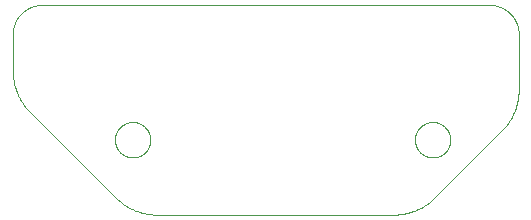
<source format=gbr>
G04 EAGLE Gerber RS-274X export*
G75*
%MOMM*%
%FSLAX34Y34*%
%LPD*%
%INGM1*%
%IPPOS*%
%AMOC8*
5,1,8,0,0,1.08239X$1,22.5*%
G01*
%ADD10C,0.000000*%


D10*
X593600Y500011D02*
X593600Y546400D01*
X593593Y547004D01*
X593571Y547608D01*
X593534Y548211D01*
X593483Y548813D01*
X593418Y549413D01*
X593338Y550012D01*
X593243Y550609D01*
X593134Y551203D01*
X593011Y551795D01*
X592874Y552383D01*
X592722Y552968D01*
X592556Y553549D01*
X592376Y554125D01*
X592183Y554698D01*
X591975Y555265D01*
X591754Y555827D01*
X591520Y556384D01*
X591272Y556935D01*
X591011Y557480D01*
X590736Y558018D01*
X590449Y558550D01*
X590149Y559074D01*
X589837Y559591D01*
X589512Y560100D01*
X589175Y560602D01*
X588825Y561095D01*
X588464Y561579D01*
X588092Y562055D01*
X587708Y562521D01*
X587313Y562978D01*
X586907Y563425D01*
X586490Y563863D01*
X586063Y564290D01*
X585625Y564707D01*
X585178Y565113D01*
X584721Y565508D01*
X584255Y565892D01*
X583779Y566264D01*
X583295Y566625D01*
X582802Y566975D01*
X582300Y567312D01*
X581791Y567637D01*
X581274Y567949D01*
X580750Y568249D01*
X580218Y568536D01*
X579680Y568811D01*
X579135Y569072D01*
X578584Y569320D01*
X578027Y569554D01*
X577465Y569775D01*
X576898Y569983D01*
X576325Y570176D01*
X575749Y570356D01*
X575168Y570522D01*
X574583Y570674D01*
X573995Y570811D01*
X573403Y570934D01*
X572809Y571043D01*
X572212Y571138D01*
X571613Y571218D01*
X571013Y571283D01*
X570411Y571334D01*
X569808Y571371D01*
X569204Y571393D01*
X568600Y571400D01*
X190100Y571400D01*
X189496Y571393D01*
X188892Y571371D01*
X188289Y571334D01*
X187687Y571283D01*
X187087Y571218D01*
X186488Y571138D01*
X185891Y571043D01*
X185297Y570934D01*
X184705Y570811D01*
X184117Y570674D01*
X183532Y570522D01*
X182951Y570356D01*
X182375Y570176D01*
X181802Y569983D01*
X181235Y569775D01*
X180673Y569554D01*
X180116Y569320D01*
X179565Y569072D01*
X179020Y568811D01*
X178482Y568536D01*
X177950Y568249D01*
X177426Y567949D01*
X176909Y567637D01*
X176400Y567312D01*
X175898Y566975D01*
X175405Y566625D01*
X174921Y566264D01*
X174445Y565892D01*
X173979Y565508D01*
X173522Y565113D01*
X173075Y564707D01*
X172637Y564290D01*
X172210Y563863D01*
X171793Y563425D01*
X171387Y562978D01*
X170992Y562521D01*
X170608Y562055D01*
X170236Y561579D01*
X169875Y561095D01*
X169525Y560602D01*
X169188Y560100D01*
X168863Y559591D01*
X168551Y559074D01*
X168251Y558550D01*
X167964Y558018D01*
X167689Y557480D01*
X167428Y556935D01*
X167180Y556384D01*
X166946Y555827D01*
X166725Y555265D01*
X166517Y554698D01*
X166324Y554125D01*
X166144Y553549D01*
X165978Y552968D01*
X165826Y552383D01*
X165689Y551795D01*
X165566Y551203D01*
X165457Y550609D01*
X165362Y550012D01*
X165282Y549413D01*
X165217Y548813D01*
X165166Y548211D01*
X165129Y547608D01*
X165107Y547004D01*
X165100Y546400D01*
X165100Y516011D01*
X165115Y514784D01*
X165160Y513558D01*
X165235Y512333D01*
X165341Y511110D01*
X165476Y509890D01*
X165641Y508674D01*
X165836Y507463D01*
X166061Y506256D01*
X166315Y505056D01*
X166598Y503862D01*
X166911Y502675D01*
X167253Y501497D01*
X167624Y500327D01*
X168023Y499167D01*
X168450Y498016D01*
X168906Y496877D01*
X169390Y495749D01*
X169901Y494633D01*
X170439Y493530D01*
X171004Y492441D01*
X171596Y491366D01*
X172214Y490306D01*
X172857Y489261D01*
X173527Y488232D01*
X174221Y487221D01*
X174940Y486226D01*
X175683Y485249D01*
X176449Y484291D01*
X177240Y483352D01*
X178052Y482433D01*
X178888Y481534D01*
X179745Y480656D01*
X179745Y480655D02*
X252055Y408345D01*
X252056Y408345D02*
X252907Y407513D01*
X253778Y406702D01*
X254668Y405913D01*
X255576Y405144D01*
X256503Y404397D01*
X257447Y403673D01*
X258408Y402971D01*
X259386Y402293D01*
X260379Y401637D01*
X261388Y401006D01*
X262411Y400399D01*
X263449Y399816D01*
X264500Y399258D01*
X265564Y398726D01*
X266640Y398218D01*
X267728Y397737D01*
X268828Y397282D01*
X269938Y396853D01*
X271058Y396450D01*
X272187Y396074D01*
X273324Y395725D01*
X274470Y395404D01*
X275623Y395109D01*
X276783Y394843D01*
X277948Y394604D01*
X279120Y394392D01*
X280295Y394209D01*
X281475Y394054D01*
X282658Y393926D01*
X283844Y393827D01*
X285032Y393757D01*
X286221Y393714D01*
X287411Y393700D01*
X487289Y393700D01*
X488479Y393714D01*
X489668Y393757D01*
X490856Y393827D01*
X492042Y393926D01*
X493225Y394054D01*
X494405Y394209D01*
X495580Y394392D01*
X496752Y394604D01*
X497917Y394843D01*
X499077Y395109D01*
X500230Y395404D01*
X501376Y395725D01*
X502513Y396074D01*
X503642Y396450D01*
X504762Y396853D01*
X505872Y397282D01*
X506972Y397737D01*
X508060Y398218D01*
X509136Y398726D01*
X510200Y399258D01*
X511251Y399816D01*
X512289Y400399D01*
X513312Y401006D01*
X514321Y401637D01*
X515314Y402293D01*
X516292Y402971D01*
X517253Y403673D01*
X518197Y404397D01*
X519124Y405144D01*
X520032Y405913D01*
X520922Y406702D01*
X521793Y407513D01*
X522644Y408345D01*
X522645Y408345D02*
X578955Y464655D01*
X578955Y464656D02*
X579787Y465507D01*
X580598Y466378D01*
X581387Y467268D01*
X582156Y468176D01*
X582903Y469103D01*
X583627Y470047D01*
X584329Y471008D01*
X585007Y471986D01*
X585663Y472979D01*
X586294Y473988D01*
X586901Y475011D01*
X587484Y476049D01*
X588042Y477100D01*
X588574Y478164D01*
X589082Y479240D01*
X589563Y480328D01*
X590018Y481428D01*
X590447Y482538D01*
X590850Y483658D01*
X591226Y484787D01*
X591575Y485924D01*
X591896Y487070D01*
X592191Y488223D01*
X592457Y489383D01*
X592696Y490548D01*
X592908Y491720D01*
X593091Y492895D01*
X593246Y494075D01*
X593374Y495258D01*
X593473Y496444D01*
X593543Y497632D01*
X593586Y498821D01*
X593600Y500011D01*
X251700Y457200D02*
X251705Y457568D01*
X251718Y457936D01*
X251741Y458303D01*
X251772Y458670D01*
X251813Y459036D01*
X251862Y459401D01*
X251921Y459764D01*
X251988Y460126D01*
X252064Y460487D01*
X252150Y460845D01*
X252243Y461201D01*
X252346Y461554D01*
X252457Y461905D01*
X252577Y462253D01*
X252705Y462598D01*
X252842Y462940D01*
X252987Y463279D01*
X253140Y463613D01*
X253302Y463944D01*
X253471Y464271D01*
X253649Y464593D01*
X253834Y464912D01*
X254027Y465225D01*
X254228Y465534D01*
X254436Y465837D01*
X254652Y466135D01*
X254875Y466428D01*
X255105Y466716D01*
X255342Y466998D01*
X255586Y467273D01*
X255836Y467543D01*
X256093Y467807D01*
X256357Y468064D01*
X256627Y468314D01*
X256902Y468558D01*
X257184Y468795D01*
X257472Y469025D01*
X257765Y469248D01*
X258063Y469464D01*
X258366Y469672D01*
X258675Y469873D01*
X258988Y470066D01*
X259307Y470251D01*
X259629Y470429D01*
X259956Y470598D01*
X260287Y470760D01*
X260621Y470913D01*
X260960Y471058D01*
X261302Y471195D01*
X261647Y471323D01*
X261995Y471443D01*
X262346Y471554D01*
X262699Y471657D01*
X263055Y471750D01*
X263413Y471836D01*
X263774Y471912D01*
X264136Y471979D01*
X264499Y472038D01*
X264864Y472087D01*
X265230Y472128D01*
X265597Y472159D01*
X265964Y472182D01*
X266332Y472195D01*
X266700Y472200D01*
X267068Y472195D01*
X267436Y472182D01*
X267803Y472159D01*
X268170Y472128D01*
X268536Y472087D01*
X268901Y472038D01*
X269264Y471979D01*
X269626Y471912D01*
X269987Y471836D01*
X270345Y471750D01*
X270701Y471657D01*
X271054Y471554D01*
X271405Y471443D01*
X271753Y471323D01*
X272098Y471195D01*
X272440Y471058D01*
X272779Y470913D01*
X273113Y470760D01*
X273444Y470598D01*
X273771Y470429D01*
X274093Y470251D01*
X274412Y470066D01*
X274725Y469873D01*
X275034Y469672D01*
X275337Y469464D01*
X275635Y469248D01*
X275928Y469025D01*
X276216Y468795D01*
X276498Y468558D01*
X276773Y468314D01*
X277043Y468064D01*
X277307Y467807D01*
X277564Y467543D01*
X277814Y467273D01*
X278058Y466998D01*
X278295Y466716D01*
X278525Y466428D01*
X278748Y466135D01*
X278964Y465837D01*
X279172Y465534D01*
X279373Y465225D01*
X279566Y464912D01*
X279751Y464593D01*
X279929Y464271D01*
X280098Y463944D01*
X280260Y463613D01*
X280413Y463279D01*
X280558Y462940D01*
X280695Y462598D01*
X280823Y462253D01*
X280943Y461905D01*
X281054Y461554D01*
X281157Y461201D01*
X281250Y460845D01*
X281336Y460487D01*
X281412Y460126D01*
X281479Y459764D01*
X281538Y459401D01*
X281587Y459036D01*
X281628Y458670D01*
X281659Y458303D01*
X281682Y457936D01*
X281695Y457568D01*
X281700Y457200D01*
X281695Y456832D01*
X281682Y456464D01*
X281659Y456097D01*
X281628Y455730D01*
X281587Y455364D01*
X281538Y454999D01*
X281479Y454636D01*
X281412Y454274D01*
X281336Y453913D01*
X281250Y453555D01*
X281157Y453199D01*
X281054Y452846D01*
X280943Y452495D01*
X280823Y452147D01*
X280695Y451802D01*
X280558Y451460D01*
X280413Y451121D01*
X280260Y450787D01*
X280098Y450456D01*
X279929Y450129D01*
X279751Y449807D01*
X279566Y449488D01*
X279373Y449175D01*
X279172Y448866D01*
X278964Y448563D01*
X278748Y448265D01*
X278525Y447972D01*
X278295Y447684D01*
X278058Y447402D01*
X277814Y447127D01*
X277564Y446857D01*
X277307Y446593D01*
X277043Y446336D01*
X276773Y446086D01*
X276498Y445842D01*
X276216Y445605D01*
X275928Y445375D01*
X275635Y445152D01*
X275337Y444936D01*
X275034Y444728D01*
X274725Y444527D01*
X274412Y444334D01*
X274093Y444149D01*
X273771Y443971D01*
X273444Y443802D01*
X273113Y443640D01*
X272779Y443487D01*
X272440Y443342D01*
X272098Y443205D01*
X271753Y443077D01*
X271405Y442957D01*
X271054Y442846D01*
X270701Y442743D01*
X270345Y442650D01*
X269987Y442564D01*
X269626Y442488D01*
X269264Y442421D01*
X268901Y442362D01*
X268536Y442313D01*
X268170Y442272D01*
X267803Y442241D01*
X267436Y442218D01*
X267068Y442205D01*
X266700Y442200D01*
X266332Y442205D01*
X265964Y442218D01*
X265597Y442241D01*
X265230Y442272D01*
X264864Y442313D01*
X264499Y442362D01*
X264136Y442421D01*
X263774Y442488D01*
X263413Y442564D01*
X263055Y442650D01*
X262699Y442743D01*
X262346Y442846D01*
X261995Y442957D01*
X261647Y443077D01*
X261302Y443205D01*
X260960Y443342D01*
X260621Y443487D01*
X260287Y443640D01*
X259956Y443802D01*
X259629Y443971D01*
X259307Y444149D01*
X258988Y444334D01*
X258675Y444527D01*
X258366Y444728D01*
X258063Y444936D01*
X257765Y445152D01*
X257472Y445375D01*
X257184Y445605D01*
X256902Y445842D01*
X256627Y446086D01*
X256357Y446336D01*
X256093Y446593D01*
X255836Y446857D01*
X255586Y447127D01*
X255342Y447402D01*
X255105Y447684D01*
X254875Y447972D01*
X254652Y448265D01*
X254436Y448563D01*
X254228Y448866D01*
X254027Y449175D01*
X253834Y449488D01*
X253649Y449807D01*
X253471Y450129D01*
X253302Y450456D01*
X253140Y450787D01*
X252987Y451121D01*
X252842Y451460D01*
X252705Y451802D01*
X252577Y452147D01*
X252457Y452495D01*
X252346Y452846D01*
X252243Y453199D01*
X252150Y453555D01*
X252064Y453913D01*
X251988Y454274D01*
X251921Y454636D01*
X251862Y454999D01*
X251813Y455364D01*
X251772Y455730D01*
X251741Y456097D01*
X251718Y456464D01*
X251705Y456832D01*
X251700Y457200D01*
X505700Y457200D02*
X505705Y457568D01*
X505718Y457936D01*
X505741Y458303D01*
X505772Y458670D01*
X505813Y459036D01*
X505862Y459401D01*
X505921Y459764D01*
X505988Y460126D01*
X506064Y460487D01*
X506150Y460845D01*
X506243Y461201D01*
X506346Y461554D01*
X506457Y461905D01*
X506577Y462253D01*
X506705Y462598D01*
X506842Y462940D01*
X506987Y463279D01*
X507140Y463613D01*
X507302Y463944D01*
X507471Y464271D01*
X507649Y464593D01*
X507834Y464912D01*
X508027Y465225D01*
X508228Y465534D01*
X508436Y465837D01*
X508652Y466135D01*
X508875Y466428D01*
X509105Y466716D01*
X509342Y466998D01*
X509586Y467273D01*
X509836Y467543D01*
X510093Y467807D01*
X510357Y468064D01*
X510627Y468314D01*
X510902Y468558D01*
X511184Y468795D01*
X511472Y469025D01*
X511765Y469248D01*
X512063Y469464D01*
X512366Y469672D01*
X512675Y469873D01*
X512988Y470066D01*
X513307Y470251D01*
X513629Y470429D01*
X513956Y470598D01*
X514287Y470760D01*
X514621Y470913D01*
X514960Y471058D01*
X515302Y471195D01*
X515647Y471323D01*
X515995Y471443D01*
X516346Y471554D01*
X516699Y471657D01*
X517055Y471750D01*
X517413Y471836D01*
X517774Y471912D01*
X518136Y471979D01*
X518499Y472038D01*
X518864Y472087D01*
X519230Y472128D01*
X519597Y472159D01*
X519964Y472182D01*
X520332Y472195D01*
X520700Y472200D01*
X521068Y472195D01*
X521436Y472182D01*
X521803Y472159D01*
X522170Y472128D01*
X522536Y472087D01*
X522901Y472038D01*
X523264Y471979D01*
X523626Y471912D01*
X523987Y471836D01*
X524345Y471750D01*
X524701Y471657D01*
X525054Y471554D01*
X525405Y471443D01*
X525753Y471323D01*
X526098Y471195D01*
X526440Y471058D01*
X526779Y470913D01*
X527113Y470760D01*
X527444Y470598D01*
X527771Y470429D01*
X528093Y470251D01*
X528412Y470066D01*
X528725Y469873D01*
X529034Y469672D01*
X529337Y469464D01*
X529635Y469248D01*
X529928Y469025D01*
X530216Y468795D01*
X530498Y468558D01*
X530773Y468314D01*
X531043Y468064D01*
X531307Y467807D01*
X531564Y467543D01*
X531814Y467273D01*
X532058Y466998D01*
X532295Y466716D01*
X532525Y466428D01*
X532748Y466135D01*
X532964Y465837D01*
X533172Y465534D01*
X533373Y465225D01*
X533566Y464912D01*
X533751Y464593D01*
X533929Y464271D01*
X534098Y463944D01*
X534260Y463613D01*
X534413Y463279D01*
X534558Y462940D01*
X534695Y462598D01*
X534823Y462253D01*
X534943Y461905D01*
X535054Y461554D01*
X535157Y461201D01*
X535250Y460845D01*
X535336Y460487D01*
X535412Y460126D01*
X535479Y459764D01*
X535538Y459401D01*
X535587Y459036D01*
X535628Y458670D01*
X535659Y458303D01*
X535682Y457936D01*
X535695Y457568D01*
X535700Y457200D01*
X535695Y456832D01*
X535682Y456464D01*
X535659Y456097D01*
X535628Y455730D01*
X535587Y455364D01*
X535538Y454999D01*
X535479Y454636D01*
X535412Y454274D01*
X535336Y453913D01*
X535250Y453555D01*
X535157Y453199D01*
X535054Y452846D01*
X534943Y452495D01*
X534823Y452147D01*
X534695Y451802D01*
X534558Y451460D01*
X534413Y451121D01*
X534260Y450787D01*
X534098Y450456D01*
X533929Y450129D01*
X533751Y449807D01*
X533566Y449488D01*
X533373Y449175D01*
X533172Y448866D01*
X532964Y448563D01*
X532748Y448265D01*
X532525Y447972D01*
X532295Y447684D01*
X532058Y447402D01*
X531814Y447127D01*
X531564Y446857D01*
X531307Y446593D01*
X531043Y446336D01*
X530773Y446086D01*
X530498Y445842D01*
X530216Y445605D01*
X529928Y445375D01*
X529635Y445152D01*
X529337Y444936D01*
X529034Y444728D01*
X528725Y444527D01*
X528412Y444334D01*
X528093Y444149D01*
X527771Y443971D01*
X527444Y443802D01*
X527113Y443640D01*
X526779Y443487D01*
X526440Y443342D01*
X526098Y443205D01*
X525753Y443077D01*
X525405Y442957D01*
X525054Y442846D01*
X524701Y442743D01*
X524345Y442650D01*
X523987Y442564D01*
X523626Y442488D01*
X523264Y442421D01*
X522901Y442362D01*
X522536Y442313D01*
X522170Y442272D01*
X521803Y442241D01*
X521436Y442218D01*
X521068Y442205D01*
X520700Y442200D01*
X520332Y442205D01*
X519964Y442218D01*
X519597Y442241D01*
X519230Y442272D01*
X518864Y442313D01*
X518499Y442362D01*
X518136Y442421D01*
X517774Y442488D01*
X517413Y442564D01*
X517055Y442650D01*
X516699Y442743D01*
X516346Y442846D01*
X515995Y442957D01*
X515647Y443077D01*
X515302Y443205D01*
X514960Y443342D01*
X514621Y443487D01*
X514287Y443640D01*
X513956Y443802D01*
X513629Y443971D01*
X513307Y444149D01*
X512988Y444334D01*
X512675Y444527D01*
X512366Y444728D01*
X512063Y444936D01*
X511765Y445152D01*
X511472Y445375D01*
X511184Y445605D01*
X510902Y445842D01*
X510627Y446086D01*
X510357Y446336D01*
X510093Y446593D01*
X509836Y446857D01*
X509586Y447127D01*
X509342Y447402D01*
X509105Y447684D01*
X508875Y447972D01*
X508652Y448265D01*
X508436Y448563D01*
X508228Y448866D01*
X508027Y449175D01*
X507834Y449488D01*
X507649Y449807D01*
X507471Y450129D01*
X507302Y450456D01*
X507140Y450787D01*
X506987Y451121D01*
X506842Y451460D01*
X506705Y451802D01*
X506577Y452147D01*
X506457Y452495D01*
X506346Y452846D01*
X506243Y453199D01*
X506150Y453555D01*
X506064Y453913D01*
X505988Y454274D01*
X505921Y454636D01*
X505862Y454999D01*
X505813Y455364D01*
X505772Y455730D01*
X505741Y456097D01*
X505718Y456464D01*
X505705Y456832D01*
X505700Y457200D01*
M02*

</source>
